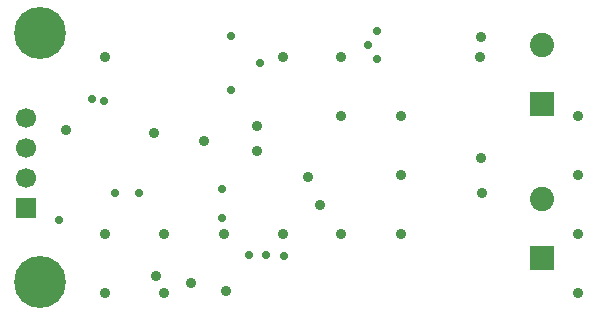
<source format=gbr>
%FSLAX23Y23*%
%MOIN*%
%SFA1B1*%

%IPPOS*%
%ADD40C,0.066929*%
%ADD41R,0.066929X0.066929*%
%ADD42C,0.080709*%
%ADD43R,0.080709X0.080709*%
%ADD44C,0.027559*%
%ADD45C,0.035433*%
%ADD46C,0.173228*%
%LNpcb1_soldermask_bot-1*%
%LPD*%
G54D40*
X3082Y3733D03*
Y3633D03*
Y3533D03*
G54D41*
X3082Y3433D03*
G54D42*
X4803Y3464D03*
Y3976D03*
G54D43*
X4803Y3267D03*
Y3779D03*
G54D44*
X3300Y3798D03*
X3736Y3495D03*
X3764Y4008D03*
X3861Y3916D03*
X3765Y3826D03*
X3192Y3393D03*
X3736Y3401D03*
X3826Y3275D03*
X3881D03*
X3940Y3274D03*
X4220Y3976D03*
X4251Y4023D03*
Y3929D03*
X3342Y3791D03*
X3379Y3484D03*
X3458D03*
G54D45*
X4597Y4004D03*
X3508Y3682D03*
X3215Y3692D03*
X4921Y3149D03*
Y3346D03*
Y3543D03*
Y3740D03*
X3543Y3346D03*
X3346D03*
Y3149D03*
X3543D03*
X3740Y3346D03*
X3937D03*
X4133D03*
X4330D03*
Y3543D03*
Y3740D03*
X4133D03*
Y3937D03*
X3937D03*
X3346D03*
X3514Y3205D03*
X3630Y3182D03*
X3748Y3156D03*
X4595Y3938D03*
X4599Y3600D03*
X4601Y3482D03*
X4061Y3444D03*
X4020Y3536D03*
X3853Y3705D03*
X3853Y3623D03*
X3676Y3656D03*
G54D46*
X3129Y3188D03*
Y4015D03*
M02*
</source>
